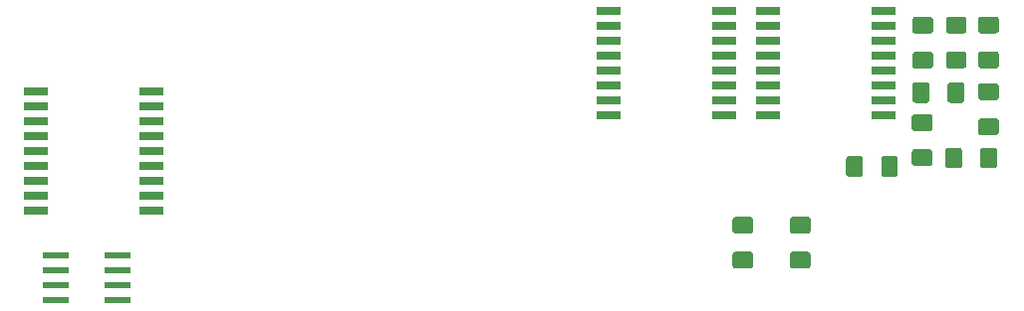
<source format=gbp>
G04 #@! TF.GenerationSoftware,KiCad,Pcbnew,(5.0.0)*
G04 #@! TF.CreationDate,2018-10-11T21:25:17+02:00*
G04 #@! TF.ProjectId,canbus,63616E6275732E6B696361645F706362,rev?*
G04 #@! TF.SameCoordinates,Original*
G04 #@! TF.FileFunction,Paste,Bot*
G04 #@! TF.FilePolarity,Positive*
%FSLAX46Y46*%
G04 Gerber Fmt 4.6, Leading zero omitted, Abs format (unit mm)*
G04 Created by KiCad (PCBNEW (5.0.0)) date 10/11/18 21:25:17*
%MOMM*%
%LPD*%
G01*
G04 APERTURE LIST*
%ADD10C,0.100000*%
%ADD11C,1.425000*%
%ADD12R,2.032000X0.660400*%
%ADD13R,2.209800X0.609600*%
G04 APERTURE END LIST*
D10*
G04 #@! TO.C,C15*
G36*
X178703504Y-108878604D02*
X178727773Y-108882204D01*
X178751571Y-108888165D01*
X178774671Y-108896430D01*
X178796849Y-108906920D01*
X178817893Y-108919533D01*
X178837598Y-108934147D01*
X178855777Y-108950623D01*
X178872253Y-108968802D01*
X178886867Y-108988507D01*
X178899480Y-109009551D01*
X178909970Y-109031729D01*
X178918235Y-109054829D01*
X178924196Y-109078627D01*
X178927796Y-109102896D01*
X178929000Y-109127400D01*
X178929000Y-110052400D01*
X178927796Y-110076904D01*
X178924196Y-110101173D01*
X178918235Y-110124971D01*
X178909970Y-110148071D01*
X178899480Y-110170249D01*
X178886867Y-110191293D01*
X178872253Y-110210998D01*
X178855777Y-110229177D01*
X178837598Y-110245653D01*
X178817893Y-110260267D01*
X178796849Y-110272880D01*
X178774671Y-110283370D01*
X178751571Y-110291635D01*
X178727773Y-110297596D01*
X178703504Y-110301196D01*
X178679000Y-110302400D01*
X177429000Y-110302400D01*
X177404496Y-110301196D01*
X177380227Y-110297596D01*
X177356429Y-110291635D01*
X177333329Y-110283370D01*
X177311151Y-110272880D01*
X177290107Y-110260267D01*
X177270402Y-110245653D01*
X177252223Y-110229177D01*
X177235747Y-110210998D01*
X177221133Y-110191293D01*
X177208520Y-110170249D01*
X177198030Y-110148071D01*
X177189765Y-110124971D01*
X177183804Y-110101173D01*
X177180204Y-110076904D01*
X177179000Y-110052400D01*
X177179000Y-109127400D01*
X177180204Y-109102896D01*
X177183804Y-109078627D01*
X177189765Y-109054829D01*
X177198030Y-109031729D01*
X177208520Y-109009551D01*
X177221133Y-108988507D01*
X177235747Y-108968802D01*
X177252223Y-108950623D01*
X177270402Y-108934147D01*
X177290107Y-108919533D01*
X177311151Y-108906920D01*
X177333329Y-108896430D01*
X177356429Y-108888165D01*
X177380227Y-108882204D01*
X177404496Y-108878604D01*
X177429000Y-108877400D01*
X178679000Y-108877400D01*
X178703504Y-108878604D01*
X178703504Y-108878604D01*
G37*
D11*
X178054000Y-109589900D03*
D10*
G36*
X178703504Y-105903604D02*
X178727773Y-105907204D01*
X178751571Y-105913165D01*
X178774671Y-105921430D01*
X178796849Y-105931920D01*
X178817893Y-105944533D01*
X178837598Y-105959147D01*
X178855777Y-105975623D01*
X178872253Y-105993802D01*
X178886867Y-106013507D01*
X178899480Y-106034551D01*
X178909970Y-106056729D01*
X178918235Y-106079829D01*
X178924196Y-106103627D01*
X178927796Y-106127896D01*
X178929000Y-106152400D01*
X178929000Y-107077400D01*
X178927796Y-107101904D01*
X178924196Y-107126173D01*
X178918235Y-107149971D01*
X178909970Y-107173071D01*
X178899480Y-107195249D01*
X178886867Y-107216293D01*
X178872253Y-107235998D01*
X178855777Y-107254177D01*
X178837598Y-107270653D01*
X178817893Y-107285267D01*
X178796849Y-107297880D01*
X178774671Y-107308370D01*
X178751571Y-107316635D01*
X178727773Y-107322596D01*
X178703504Y-107326196D01*
X178679000Y-107327400D01*
X177429000Y-107327400D01*
X177404496Y-107326196D01*
X177380227Y-107322596D01*
X177356429Y-107316635D01*
X177333329Y-107308370D01*
X177311151Y-107297880D01*
X177290107Y-107285267D01*
X177270402Y-107270653D01*
X177252223Y-107254177D01*
X177235747Y-107235998D01*
X177221133Y-107216293D01*
X177208520Y-107195249D01*
X177198030Y-107173071D01*
X177189765Y-107149971D01*
X177183804Y-107126173D01*
X177180204Y-107101904D01*
X177179000Y-107077400D01*
X177179000Y-106152400D01*
X177180204Y-106127896D01*
X177183804Y-106103627D01*
X177189765Y-106079829D01*
X177198030Y-106056729D01*
X177208520Y-106034551D01*
X177221133Y-106013507D01*
X177235747Y-105993802D01*
X177252223Y-105975623D01*
X177270402Y-105959147D01*
X177290107Y-105944533D01*
X177311151Y-105931920D01*
X177333329Y-105921430D01*
X177356429Y-105913165D01*
X177380227Y-105907204D01*
X177404496Y-105903604D01*
X177429000Y-105902400D01*
X178679000Y-105902400D01*
X178703504Y-105903604D01*
X178703504Y-105903604D01*
G37*
D11*
X178054000Y-106614900D03*
G04 #@! TD*
D10*
G04 #@! TO.C,C13*
G36*
X194705504Y-94524404D02*
X194729773Y-94528004D01*
X194753571Y-94533965D01*
X194776671Y-94542230D01*
X194798849Y-94552720D01*
X194819893Y-94565333D01*
X194839598Y-94579947D01*
X194857777Y-94596423D01*
X194874253Y-94614602D01*
X194888867Y-94634307D01*
X194901480Y-94655351D01*
X194911970Y-94677529D01*
X194920235Y-94700629D01*
X194926196Y-94724427D01*
X194929796Y-94748696D01*
X194931000Y-94773200D01*
X194931000Y-95698200D01*
X194929796Y-95722704D01*
X194926196Y-95746973D01*
X194920235Y-95770771D01*
X194911970Y-95793871D01*
X194901480Y-95816049D01*
X194888867Y-95837093D01*
X194874253Y-95856798D01*
X194857777Y-95874977D01*
X194839598Y-95891453D01*
X194819893Y-95906067D01*
X194798849Y-95918680D01*
X194776671Y-95929170D01*
X194753571Y-95937435D01*
X194729773Y-95943396D01*
X194705504Y-95946996D01*
X194681000Y-95948200D01*
X193431000Y-95948200D01*
X193406496Y-95946996D01*
X193382227Y-95943396D01*
X193358429Y-95937435D01*
X193335329Y-95929170D01*
X193313151Y-95918680D01*
X193292107Y-95906067D01*
X193272402Y-95891453D01*
X193254223Y-95874977D01*
X193237747Y-95856798D01*
X193223133Y-95837093D01*
X193210520Y-95816049D01*
X193200030Y-95793871D01*
X193191765Y-95770771D01*
X193185804Y-95746973D01*
X193182204Y-95722704D01*
X193181000Y-95698200D01*
X193181000Y-94773200D01*
X193182204Y-94748696D01*
X193185804Y-94724427D01*
X193191765Y-94700629D01*
X193200030Y-94677529D01*
X193210520Y-94655351D01*
X193223133Y-94634307D01*
X193237747Y-94614602D01*
X193254223Y-94596423D01*
X193272402Y-94579947D01*
X193292107Y-94565333D01*
X193313151Y-94552720D01*
X193335329Y-94542230D01*
X193358429Y-94533965D01*
X193382227Y-94528004D01*
X193406496Y-94524404D01*
X193431000Y-94523200D01*
X194681000Y-94523200D01*
X194705504Y-94524404D01*
X194705504Y-94524404D01*
G37*
D11*
X194056000Y-95235700D03*
D10*
G36*
X194705504Y-97499404D02*
X194729773Y-97503004D01*
X194753571Y-97508965D01*
X194776671Y-97517230D01*
X194798849Y-97527720D01*
X194819893Y-97540333D01*
X194839598Y-97554947D01*
X194857777Y-97571423D01*
X194874253Y-97589602D01*
X194888867Y-97609307D01*
X194901480Y-97630351D01*
X194911970Y-97652529D01*
X194920235Y-97675629D01*
X194926196Y-97699427D01*
X194929796Y-97723696D01*
X194931000Y-97748200D01*
X194931000Y-98673200D01*
X194929796Y-98697704D01*
X194926196Y-98721973D01*
X194920235Y-98745771D01*
X194911970Y-98768871D01*
X194901480Y-98791049D01*
X194888867Y-98812093D01*
X194874253Y-98831798D01*
X194857777Y-98849977D01*
X194839598Y-98866453D01*
X194819893Y-98881067D01*
X194798849Y-98893680D01*
X194776671Y-98904170D01*
X194753571Y-98912435D01*
X194729773Y-98918396D01*
X194705504Y-98921996D01*
X194681000Y-98923200D01*
X193431000Y-98923200D01*
X193406496Y-98921996D01*
X193382227Y-98918396D01*
X193358429Y-98912435D01*
X193335329Y-98904170D01*
X193313151Y-98893680D01*
X193292107Y-98881067D01*
X193272402Y-98866453D01*
X193254223Y-98849977D01*
X193237747Y-98831798D01*
X193223133Y-98812093D01*
X193210520Y-98791049D01*
X193200030Y-98768871D01*
X193191765Y-98745771D01*
X193185804Y-98721973D01*
X193182204Y-98697704D01*
X193181000Y-98673200D01*
X193181000Y-97748200D01*
X193182204Y-97723696D01*
X193185804Y-97699427D01*
X193191765Y-97675629D01*
X193200030Y-97652529D01*
X193210520Y-97630351D01*
X193223133Y-97609307D01*
X193237747Y-97589602D01*
X193254223Y-97571423D01*
X193272402Y-97554947D01*
X193292107Y-97540333D01*
X193313151Y-97527720D01*
X193335329Y-97517230D01*
X193358429Y-97508965D01*
X193382227Y-97503004D01*
X193406496Y-97499404D01*
X193431000Y-97498200D01*
X194681000Y-97498200D01*
X194705504Y-97499404D01*
X194705504Y-97499404D01*
G37*
D11*
X194056000Y-98210700D03*
G04 #@! TD*
D10*
G04 #@! TO.C,C11*
G36*
X173826704Y-105903604D02*
X173850973Y-105907204D01*
X173874771Y-105913165D01*
X173897871Y-105921430D01*
X173920049Y-105931920D01*
X173941093Y-105944533D01*
X173960798Y-105959147D01*
X173978977Y-105975623D01*
X173995453Y-105993802D01*
X174010067Y-106013507D01*
X174022680Y-106034551D01*
X174033170Y-106056729D01*
X174041435Y-106079829D01*
X174047396Y-106103627D01*
X174050996Y-106127896D01*
X174052200Y-106152400D01*
X174052200Y-107077400D01*
X174050996Y-107101904D01*
X174047396Y-107126173D01*
X174041435Y-107149971D01*
X174033170Y-107173071D01*
X174022680Y-107195249D01*
X174010067Y-107216293D01*
X173995453Y-107235998D01*
X173978977Y-107254177D01*
X173960798Y-107270653D01*
X173941093Y-107285267D01*
X173920049Y-107297880D01*
X173897871Y-107308370D01*
X173874771Y-107316635D01*
X173850973Y-107322596D01*
X173826704Y-107326196D01*
X173802200Y-107327400D01*
X172552200Y-107327400D01*
X172527696Y-107326196D01*
X172503427Y-107322596D01*
X172479629Y-107316635D01*
X172456529Y-107308370D01*
X172434351Y-107297880D01*
X172413307Y-107285267D01*
X172393602Y-107270653D01*
X172375423Y-107254177D01*
X172358947Y-107235998D01*
X172344333Y-107216293D01*
X172331720Y-107195249D01*
X172321230Y-107173071D01*
X172312965Y-107149971D01*
X172307004Y-107126173D01*
X172303404Y-107101904D01*
X172302200Y-107077400D01*
X172302200Y-106152400D01*
X172303404Y-106127896D01*
X172307004Y-106103627D01*
X172312965Y-106079829D01*
X172321230Y-106056729D01*
X172331720Y-106034551D01*
X172344333Y-106013507D01*
X172358947Y-105993802D01*
X172375423Y-105975623D01*
X172393602Y-105959147D01*
X172413307Y-105944533D01*
X172434351Y-105931920D01*
X172456529Y-105921430D01*
X172479629Y-105913165D01*
X172503427Y-105907204D01*
X172527696Y-105903604D01*
X172552200Y-105902400D01*
X173802200Y-105902400D01*
X173826704Y-105903604D01*
X173826704Y-105903604D01*
G37*
D11*
X173177200Y-106614900D03*
D10*
G36*
X173826704Y-108878604D02*
X173850973Y-108882204D01*
X173874771Y-108888165D01*
X173897871Y-108896430D01*
X173920049Y-108906920D01*
X173941093Y-108919533D01*
X173960798Y-108934147D01*
X173978977Y-108950623D01*
X173995453Y-108968802D01*
X174010067Y-108988507D01*
X174022680Y-109009551D01*
X174033170Y-109031729D01*
X174041435Y-109054829D01*
X174047396Y-109078627D01*
X174050996Y-109102896D01*
X174052200Y-109127400D01*
X174052200Y-110052400D01*
X174050996Y-110076904D01*
X174047396Y-110101173D01*
X174041435Y-110124971D01*
X174033170Y-110148071D01*
X174022680Y-110170249D01*
X174010067Y-110191293D01*
X173995453Y-110210998D01*
X173978977Y-110229177D01*
X173960798Y-110245653D01*
X173941093Y-110260267D01*
X173920049Y-110272880D01*
X173897871Y-110283370D01*
X173874771Y-110291635D01*
X173850973Y-110297596D01*
X173826704Y-110301196D01*
X173802200Y-110302400D01*
X172552200Y-110302400D01*
X172527696Y-110301196D01*
X172503427Y-110297596D01*
X172479629Y-110291635D01*
X172456529Y-110283370D01*
X172434351Y-110272880D01*
X172413307Y-110260267D01*
X172393602Y-110245653D01*
X172375423Y-110229177D01*
X172358947Y-110210998D01*
X172344333Y-110191293D01*
X172331720Y-110170249D01*
X172321230Y-110148071D01*
X172312965Y-110124971D01*
X172307004Y-110101173D01*
X172303404Y-110076904D01*
X172302200Y-110052400D01*
X172302200Y-109127400D01*
X172303404Y-109102896D01*
X172307004Y-109078627D01*
X172312965Y-109054829D01*
X172321230Y-109031729D01*
X172331720Y-109009551D01*
X172344333Y-108988507D01*
X172358947Y-108968802D01*
X172375423Y-108950623D01*
X172393602Y-108934147D01*
X172413307Y-108919533D01*
X172434351Y-108906920D01*
X172456529Y-108896430D01*
X172479629Y-108888165D01*
X172503427Y-108882204D01*
X172527696Y-108878604D01*
X172552200Y-108877400D01*
X173802200Y-108877400D01*
X173826704Y-108878604D01*
X173826704Y-108878604D01*
G37*
D11*
X173177200Y-109589900D03*
G04 #@! TD*
D10*
G04 #@! TO.C,C12*
G36*
X186124504Y-100726204D02*
X186148773Y-100729804D01*
X186172571Y-100735765D01*
X186195671Y-100744030D01*
X186217849Y-100754520D01*
X186238893Y-100767133D01*
X186258598Y-100781747D01*
X186276777Y-100798223D01*
X186293253Y-100816402D01*
X186307867Y-100836107D01*
X186320480Y-100857151D01*
X186330970Y-100879329D01*
X186339235Y-100902429D01*
X186345196Y-100926227D01*
X186348796Y-100950496D01*
X186350000Y-100975000D01*
X186350000Y-102225000D01*
X186348796Y-102249504D01*
X186345196Y-102273773D01*
X186339235Y-102297571D01*
X186330970Y-102320671D01*
X186320480Y-102342849D01*
X186307867Y-102363893D01*
X186293253Y-102383598D01*
X186276777Y-102401777D01*
X186258598Y-102418253D01*
X186238893Y-102432867D01*
X186217849Y-102445480D01*
X186195671Y-102455970D01*
X186172571Y-102464235D01*
X186148773Y-102470196D01*
X186124504Y-102473796D01*
X186100000Y-102475000D01*
X185175000Y-102475000D01*
X185150496Y-102473796D01*
X185126227Y-102470196D01*
X185102429Y-102464235D01*
X185079329Y-102455970D01*
X185057151Y-102445480D01*
X185036107Y-102432867D01*
X185016402Y-102418253D01*
X184998223Y-102401777D01*
X184981747Y-102383598D01*
X184967133Y-102363893D01*
X184954520Y-102342849D01*
X184944030Y-102320671D01*
X184935765Y-102297571D01*
X184929804Y-102273773D01*
X184926204Y-102249504D01*
X184925000Y-102225000D01*
X184925000Y-100975000D01*
X184926204Y-100950496D01*
X184929804Y-100926227D01*
X184935765Y-100902429D01*
X184944030Y-100879329D01*
X184954520Y-100857151D01*
X184967133Y-100836107D01*
X184981747Y-100816402D01*
X184998223Y-100798223D01*
X185016402Y-100781747D01*
X185036107Y-100767133D01*
X185057151Y-100754520D01*
X185079329Y-100744030D01*
X185102429Y-100735765D01*
X185126227Y-100729804D01*
X185150496Y-100726204D01*
X185175000Y-100725000D01*
X186100000Y-100725000D01*
X186124504Y-100726204D01*
X186124504Y-100726204D01*
G37*
D11*
X185637500Y-101600000D03*
D10*
G36*
X183149504Y-100726204D02*
X183173773Y-100729804D01*
X183197571Y-100735765D01*
X183220671Y-100744030D01*
X183242849Y-100754520D01*
X183263893Y-100767133D01*
X183283598Y-100781747D01*
X183301777Y-100798223D01*
X183318253Y-100816402D01*
X183332867Y-100836107D01*
X183345480Y-100857151D01*
X183355970Y-100879329D01*
X183364235Y-100902429D01*
X183370196Y-100926227D01*
X183373796Y-100950496D01*
X183375000Y-100975000D01*
X183375000Y-102225000D01*
X183373796Y-102249504D01*
X183370196Y-102273773D01*
X183364235Y-102297571D01*
X183355970Y-102320671D01*
X183345480Y-102342849D01*
X183332867Y-102363893D01*
X183318253Y-102383598D01*
X183301777Y-102401777D01*
X183283598Y-102418253D01*
X183263893Y-102432867D01*
X183242849Y-102445480D01*
X183220671Y-102455970D01*
X183197571Y-102464235D01*
X183173773Y-102470196D01*
X183149504Y-102473796D01*
X183125000Y-102475000D01*
X182200000Y-102475000D01*
X182175496Y-102473796D01*
X182151227Y-102470196D01*
X182127429Y-102464235D01*
X182104329Y-102455970D01*
X182082151Y-102445480D01*
X182061107Y-102432867D01*
X182041402Y-102418253D01*
X182023223Y-102401777D01*
X182006747Y-102383598D01*
X181992133Y-102363893D01*
X181979520Y-102342849D01*
X181969030Y-102320671D01*
X181960765Y-102297571D01*
X181954804Y-102273773D01*
X181951204Y-102249504D01*
X181950000Y-102225000D01*
X181950000Y-100975000D01*
X181951204Y-100950496D01*
X181954804Y-100926227D01*
X181960765Y-100902429D01*
X181969030Y-100879329D01*
X181979520Y-100857151D01*
X181992133Y-100836107D01*
X182006747Y-100816402D01*
X182023223Y-100798223D01*
X182041402Y-100781747D01*
X182061107Y-100767133D01*
X182082151Y-100754520D01*
X182104329Y-100744030D01*
X182127429Y-100735765D01*
X182151227Y-100729804D01*
X182175496Y-100726204D01*
X182200000Y-100725000D01*
X183125000Y-100725000D01*
X183149504Y-100726204D01*
X183149504Y-100726204D01*
G37*
D11*
X182662500Y-101600000D03*
G04 #@! TD*
D10*
G04 #@! TO.C,C9*
G36*
X191582304Y-100015004D02*
X191606573Y-100018604D01*
X191630371Y-100024565D01*
X191653471Y-100032830D01*
X191675649Y-100043320D01*
X191696693Y-100055933D01*
X191716398Y-100070547D01*
X191734577Y-100087023D01*
X191751053Y-100105202D01*
X191765667Y-100124907D01*
X191778280Y-100145951D01*
X191788770Y-100168129D01*
X191797035Y-100191229D01*
X191802996Y-100215027D01*
X191806596Y-100239296D01*
X191807800Y-100263800D01*
X191807800Y-101513800D01*
X191806596Y-101538304D01*
X191802996Y-101562573D01*
X191797035Y-101586371D01*
X191788770Y-101609471D01*
X191778280Y-101631649D01*
X191765667Y-101652693D01*
X191751053Y-101672398D01*
X191734577Y-101690577D01*
X191716398Y-101707053D01*
X191696693Y-101721667D01*
X191675649Y-101734280D01*
X191653471Y-101744770D01*
X191630371Y-101753035D01*
X191606573Y-101758996D01*
X191582304Y-101762596D01*
X191557800Y-101763800D01*
X190632800Y-101763800D01*
X190608296Y-101762596D01*
X190584027Y-101758996D01*
X190560229Y-101753035D01*
X190537129Y-101744770D01*
X190514951Y-101734280D01*
X190493907Y-101721667D01*
X190474202Y-101707053D01*
X190456023Y-101690577D01*
X190439547Y-101672398D01*
X190424933Y-101652693D01*
X190412320Y-101631649D01*
X190401830Y-101609471D01*
X190393565Y-101586371D01*
X190387604Y-101562573D01*
X190384004Y-101538304D01*
X190382800Y-101513800D01*
X190382800Y-100263800D01*
X190384004Y-100239296D01*
X190387604Y-100215027D01*
X190393565Y-100191229D01*
X190401830Y-100168129D01*
X190412320Y-100145951D01*
X190424933Y-100124907D01*
X190439547Y-100105202D01*
X190456023Y-100087023D01*
X190474202Y-100070547D01*
X190493907Y-100055933D01*
X190514951Y-100043320D01*
X190537129Y-100032830D01*
X190560229Y-100024565D01*
X190584027Y-100018604D01*
X190608296Y-100015004D01*
X190632800Y-100013800D01*
X191557800Y-100013800D01*
X191582304Y-100015004D01*
X191582304Y-100015004D01*
G37*
D11*
X191095300Y-100888800D03*
D10*
G36*
X194557304Y-100015004D02*
X194581573Y-100018604D01*
X194605371Y-100024565D01*
X194628471Y-100032830D01*
X194650649Y-100043320D01*
X194671693Y-100055933D01*
X194691398Y-100070547D01*
X194709577Y-100087023D01*
X194726053Y-100105202D01*
X194740667Y-100124907D01*
X194753280Y-100145951D01*
X194763770Y-100168129D01*
X194772035Y-100191229D01*
X194777996Y-100215027D01*
X194781596Y-100239296D01*
X194782800Y-100263800D01*
X194782800Y-101513800D01*
X194781596Y-101538304D01*
X194777996Y-101562573D01*
X194772035Y-101586371D01*
X194763770Y-101609471D01*
X194753280Y-101631649D01*
X194740667Y-101652693D01*
X194726053Y-101672398D01*
X194709577Y-101690577D01*
X194691398Y-101707053D01*
X194671693Y-101721667D01*
X194650649Y-101734280D01*
X194628471Y-101744770D01*
X194605371Y-101753035D01*
X194581573Y-101758996D01*
X194557304Y-101762596D01*
X194532800Y-101763800D01*
X193607800Y-101763800D01*
X193583296Y-101762596D01*
X193559027Y-101758996D01*
X193535229Y-101753035D01*
X193512129Y-101744770D01*
X193489951Y-101734280D01*
X193468907Y-101721667D01*
X193449202Y-101707053D01*
X193431023Y-101690577D01*
X193414547Y-101672398D01*
X193399933Y-101652693D01*
X193387320Y-101631649D01*
X193376830Y-101609471D01*
X193368565Y-101586371D01*
X193362604Y-101562573D01*
X193359004Y-101538304D01*
X193357800Y-101513800D01*
X193357800Y-100263800D01*
X193359004Y-100239296D01*
X193362604Y-100215027D01*
X193368565Y-100191229D01*
X193376830Y-100168129D01*
X193387320Y-100145951D01*
X193399933Y-100124907D01*
X193414547Y-100105202D01*
X193431023Y-100087023D01*
X193449202Y-100070547D01*
X193468907Y-100055933D01*
X193489951Y-100043320D01*
X193512129Y-100032830D01*
X193535229Y-100024565D01*
X193559027Y-100018604D01*
X193583296Y-100015004D01*
X193607800Y-100013800D01*
X194532800Y-100013800D01*
X194557304Y-100015004D01*
X194557304Y-100015004D01*
G37*
D11*
X194070300Y-100888800D03*
G04 #@! TD*
D10*
G04 #@! TO.C,C10*
G36*
X191962304Y-88834804D02*
X191986573Y-88838404D01*
X192010371Y-88844365D01*
X192033471Y-88852630D01*
X192055649Y-88863120D01*
X192076693Y-88875733D01*
X192096398Y-88890347D01*
X192114577Y-88906823D01*
X192131053Y-88925002D01*
X192145667Y-88944707D01*
X192158280Y-88965751D01*
X192168770Y-88987929D01*
X192177035Y-89011029D01*
X192182996Y-89034827D01*
X192186596Y-89059096D01*
X192187800Y-89083600D01*
X192187800Y-90008600D01*
X192186596Y-90033104D01*
X192182996Y-90057373D01*
X192177035Y-90081171D01*
X192168770Y-90104271D01*
X192158280Y-90126449D01*
X192145667Y-90147493D01*
X192131053Y-90167198D01*
X192114577Y-90185377D01*
X192096398Y-90201853D01*
X192076693Y-90216467D01*
X192055649Y-90229080D01*
X192033471Y-90239570D01*
X192010371Y-90247835D01*
X191986573Y-90253796D01*
X191962304Y-90257396D01*
X191937800Y-90258600D01*
X190687800Y-90258600D01*
X190663296Y-90257396D01*
X190639027Y-90253796D01*
X190615229Y-90247835D01*
X190592129Y-90239570D01*
X190569951Y-90229080D01*
X190548907Y-90216467D01*
X190529202Y-90201853D01*
X190511023Y-90185377D01*
X190494547Y-90167198D01*
X190479933Y-90147493D01*
X190467320Y-90126449D01*
X190456830Y-90104271D01*
X190448565Y-90081171D01*
X190442604Y-90057373D01*
X190439004Y-90033104D01*
X190437800Y-90008600D01*
X190437800Y-89083600D01*
X190439004Y-89059096D01*
X190442604Y-89034827D01*
X190448565Y-89011029D01*
X190456830Y-88987929D01*
X190467320Y-88965751D01*
X190479933Y-88944707D01*
X190494547Y-88925002D01*
X190511023Y-88906823D01*
X190529202Y-88890347D01*
X190548907Y-88875733D01*
X190569951Y-88863120D01*
X190592129Y-88852630D01*
X190615229Y-88844365D01*
X190639027Y-88838404D01*
X190663296Y-88834804D01*
X190687800Y-88833600D01*
X191937800Y-88833600D01*
X191962304Y-88834804D01*
X191962304Y-88834804D01*
G37*
D11*
X191312800Y-89546100D03*
D10*
G36*
X191962304Y-91809804D02*
X191986573Y-91813404D01*
X192010371Y-91819365D01*
X192033471Y-91827630D01*
X192055649Y-91838120D01*
X192076693Y-91850733D01*
X192096398Y-91865347D01*
X192114577Y-91881823D01*
X192131053Y-91900002D01*
X192145667Y-91919707D01*
X192158280Y-91940751D01*
X192168770Y-91962929D01*
X192177035Y-91986029D01*
X192182996Y-92009827D01*
X192186596Y-92034096D01*
X192187800Y-92058600D01*
X192187800Y-92983600D01*
X192186596Y-93008104D01*
X192182996Y-93032373D01*
X192177035Y-93056171D01*
X192168770Y-93079271D01*
X192158280Y-93101449D01*
X192145667Y-93122493D01*
X192131053Y-93142198D01*
X192114577Y-93160377D01*
X192096398Y-93176853D01*
X192076693Y-93191467D01*
X192055649Y-93204080D01*
X192033471Y-93214570D01*
X192010371Y-93222835D01*
X191986573Y-93228796D01*
X191962304Y-93232396D01*
X191937800Y-93233600D01*
X190687800Y-93233600D01*
X190663296Y-93232396D01*
X190639027Y-93228796D01*
X190615229Y-93222835D01*
X190592129Y-93214570D01*
X190569951Y-93204080D01*
X190548907Y-93191467D01*
X190529202Y-93176853D01*
X190511023Y-93160377D01*
X190494547Y-93142198D01*
X190479933Y-93122493D01*
X190467320Y-93101449D01*
X190456830Y-93079271D01*
X190448565Y-93056171D01*
X190442604Y-93032373D01*
X190439004Y-93008104D01*
X190437800Y-92983600D01*
X190437800Y-92058600D01*
X190439004Y-92034096D01*
X190442604Y-92009827D01*
X190448565Y-91986029D01*
X190456830Y-91962929D01*
X190467320Y-91940751D01*
X190479933Y-91919707D01*
X190494547Y-91900002D01*
X190511023Y-91881823D01*
X190529202Y-91865347D01*
X190548907Y-91850733D01*
X190569951Y-91838120D01*
X190592129Y-91827630D01*
X190615229Y-91819365D01*
X190639027Y-91813404D01*
X190663296Y-91809804D01*
X190687800Y-91808600D01*
X191937800Y-91808600D01*
X191962304Y-91809804D01*
X191962304Y-91809804D01*
G37*
D11*
X191312800Y-92521100D03*
G04 #@! TD*
D12*
G04 #@! TO.C,IC1*
X113123900Y-95203600D03*
X122928300Y-95203600D03*
X122928300Y-105363600D03*
X122928300Y-104093600D03*
X122928300Y-102823600D03*
X122928300Y-101553600D03*
X122928300Y-100283600D03*
X122928300Y-99013600D03*
X122928300Y-97743600D03*
X122928300Y-96473600D03*
X113123900Y-96473600D03*
X113123900Y-97743600D03*
X113123900Y-99013600D03*
X113123900Y-100283600D03*
X113123900Y-101553600D03*
X113123900Y-102823600D03*
X113123900Y-104093600D03*
X113123900Y-105363600D03*
G04 #@! TD*
D13*
G04 #@! TO.C,U1*
X120007300Y-112983600D03*
X120007300Y-111713600D03*
X120007300Y-110443600D03*
X120007300Y-109173600D03*
X114774900Y-109173600D03*
X114774900Y-110443600D03*
X114774900Y-111713600D03*
X114774900Y-112983600D03*
G04 #@! TD*
D10*
G04 #@! TO.C,R6*
G36*
X189066704Y-97166004D02*
X189090973Y-97169604D01*
X189114771Y-97175565D01*
X189137871Y-97183830D01*
X189160049Y-97194320D01*
X189181093Y-97206933D01*
X189200798Y-97221547D01*
X189218977Y-97238023D01*
X189235453Y-97256202D01*
X189250067Y-97275907D01*
X189262680Y-97296951D01*
X189273170Y-97319129D01*
X189281435Y-97342229D01*
X189287396Y-97366027D01*
X189290996Y-97390296D01*
X189292200Y-97414800D01*
X189292200Y-98339800D01*
X189290996Y-98364304D01*
X189287396Y-98388573D01*
X189281435Y-98412371D01*
X189273170Y-98435471D01*
X189262680Y-98457649D01*
X189250067Y-98478693D01*
X189235453Y-98498398D01*
X189218977Y-98516577D01*
X189200798Y-98533053D01*
X189181093Y-98547667D01*
X189160049Y-98560280D01*
X189137871Y-98570770D01*
X189114771Y-98579035D01*
X189090973Y-98584996D01*
X189066704Y-98588596D01*
X189042200Y-98589800D01*
X187792200Y-98589800D01*
X187767696Y-98588596D01*
X187743427Y-98584996D01*
X187719629Y-98579035D01*
X187696529Y-98570770D01*
X187674351Y-98560280D01*
X187653307Y-98547667D01*
X187633602Y-98533053D01*
X187615423Y-98516577D01*
X187598947Y-98498398D01*
X187584333Y-98478693D01*
X187571720Y-98457649D01*
X187561230Y-98435471D01*
X187552965Y-98412371D01*
X187547004Y-98388573D01*
X187543404Y-98364304D01*
X187542200Y-98339800D01*
X187542200Y-97414800D01*
X187543404Y-97390296D01*
X187547004Y-97366027D01*
X187552965Y-97342229D01*
X187561230Y-97319129D01*
X187571720Y-97296951D01*
X187584333Y-97275907D01*
X187598947Y-97256202D01*
X187615423Y-97238023D01*
X187633602Y-97221547D01*
X187653307Y-97206933D01*
X187674351Y-97194320D01*
X187696529Y-97183830D01*
X187719629Y-97175565D01*
X187743427Y-97169604D01*
X187767696Y-97166004D01*
X187792200Y-97164800D01*
X189042200Y-97164800D01*
X189066704Y-97166004D01*
X189066704Y-97166004D01*
G37*
D11*
X188417200Y-97877300D03*
D10*
G36*
X189066704Y-100141004D02*
X189090973Y-100144604D01*
X189114771Y-100150565D01*
X189137871Y-100158830D01*
X189160049Y-100169320D01*
X189181093Y-100181933D01*
X189200798Y-100196547D01*
X189218977Y-100213023D01*
X189235453Y-100231202D01*
X189250067Y-100250907D01*
X189262680Y-100271951D01*
X189273170Y-100294129D01*
X189281435Y-100317229D01*
X189287396Y-100341027D01*
X189290996Y-100365296D01*
X189292200Y-100389800D01*
X189292200Y-101314800D01*
X189290996Y-101339304D01*
X189287396Y-101363573D01*
X189281435Y-101387371D01*
X189273170Y-101410471D01*
X189262680Y-101432649D01*
X189250067Y-101453693D01*
X189235453Y-101473398D01*
X189218977Y-101491577D01*
X189200798Y-101508053D01*
X189181093Y-101522667D01*
X189160049Y-101535280D01*
X189137871Y-101545770D01*
X189114771Y-101554035D01*
X189090973Y-101559996D01*
X189066704Y-101563596D01*
X189042200Y-101564800D01*
X187792200Y-101564800D01*
X187767696Y-101563596D01*
X187743427Y-101559996D01*
X187719629Y-101554035D01*
X187696529Y-101545770D01*
X187674351Y-101535280D01*
X187653307Y-101522667D01*
X187633602Y-101508053D01*
X187615423Y-101491577D01*
X187598947Y-101473398D01*
X187584333Y-101453693D01*
X187571720Y-101432649D01*
X187561230Y-101410471D01*
X187552965Y-101387371D01*
X187547004Y-101363573D01*
X187543404Y-101339304D01*
X187542200Y-101314800D01*
X187542200Y-100389800D01*
X187543404Y-100365296D01*
X187547004Y-100341027D01*
X187552965Y-100317229D01*
X187561230Y-100294129D01*
X187571720Y-100271951D01*
X187584333Y-100250907D01*
X187598947Y-100231202D01*
X187615423Y-100213023D01*
X187633602Y-100196547D01*
X187653307Y-100181933D01*
X187674351Y-100169320D01*
X187696529Y-100158830D01*
X187719629Y-100150565D01*
X187743427Y-100144604D01*
X187767696Y-100141004D01*
X187792200Y-100139800D01*
X189042200Y-100139800D01*
X189066704Y-100141004D01*
X189066704Y-100141004D01*
G37*
D11*
X188417200Y-100852300D03*
G04 #@! TD*
D10*
G04 #@! TO.C,R7*
G36*
X194705504Y-91809804D02*
X194729773Y-91813404D01*
X194753571Y-91819365D01*
X194776671Y-91827630D01*
X194798849Y-91838120D01*
X194819893Y-91850733D01*
X194839598Y-91865347D01*
X194857777Y-91881823D01*
X194874253Y-91900002D01*
X194888867Y-91919707D01*
X194901480Y-91940751D01*
X194911970Y-91962929D01*
X194920235Y-91986029D01*
X194926196Y-92009827D01*
X194929796Y-92034096D01*
X194931000Y-92058600D01*
X194931000Y-92983600D01*
X194929796Y-93008104D01*
X194926196Y-93032373D01*
X194920235Y-93056171D01*
X194911970Y-93079271D01*
X194901480Y-93101449D01*
X194888867Y-93122493D01*
X194874253Y-93142198D01*
X194857777Y-93160377D01*
X194839598Y-93176853D01*
X194819893Y-93191467D01*
X194798849Y-93204080D01*
X194776671Y-93214570D01*
X194753571Y-93222835D01*
X194729773Y-93228796D01*
X194705504Y-93232396D01*
X194681000Y-93233600D01*
X193431000Y-93233600D01*
X193406496Y-93232396D01*
X193382227Y-93228796D01*
X193358429Y-93222835D01*
X193335329Y-93214570D01*
X193313151Y-93204080D01*
X193292107Y-93191467D01*
X193272402Y-93176853D01*
X193254223Y-93160377D01*
X193237747Y-93142198D01*
X193223133Y-93122493D01*
X193210520Y-93101449D01*
X193200030Y-93079271D01*
X193191765Y-93056171D01*
X193185804Y-93032373D01*
X193182204Y-93008104D01*
X193181000Y-92983600D01*
X193181000Y-92058600D01*
X193182204Y-92034096D01*
X193185804Y-92009827D01*
X193191765Y-91986029D01*
X193200030Y-91962929D01*
X193210520Y-91940751D01*
X193223133Y-91919707D01*
X193237747Y-91900002D01*
X193254223Y-91881823D01*
X193272402Y-91865347D01*
X193292107Y-91850733D01*
X193313151Y-91838120D01*
X193335329Y-91827630D01*
X193358429Y-91819365D01*
X193382227Y-91813404D01*
X193406496Y-91809804D01*
X193431000Y-91808600D01*
X194681000Y-91808600D01*
X194705504Y-91809804D01*
X194705504Y-91809804D01*
G37*
D11*
X194056000Y-92521100D03*
D10*
G36*
X194705504Y-88834804D02*
X194729773Y-88838404D01*
X194753571Y-88844365D01*
X194776671Y-88852630D01*
X194798849Y-88863120D01*
X194819893Y-88875733D01*
X194839598Y-88890347D01*
X194857777Y-88906823D01*
X194874253Y-88925002D01*
X194888867Y-88944707D01*
X194901480Y-88965751D01*
X194911970Y-88987929D01*
X194920235Y-89011029D01*
X194926196Y-89034827D01*
X194929796Y-89059096D01*
X194931000Y-89083600D01*
X194931000Y-90008600D01*
X194929796Y-90033104D01*
X194926196Y-90057373D01*
X194920235Y-90081171D01*
X194911970Y-90104271D01*
X194901480Y-90126449D01*
X194888867Y-90147493D01*
X194874253Y-90167198D01*
X194857777Y-90185377D01*
X194839598Y-90201853D01*
X194819893Y-90216467D01*
X194798849Y-90229080D01*
X194776671Y-90239570D01*
X194753571Y-90247835D01*
X194729773Y-90253796D01*
X194705504Y-90257396D01*
X194681000Y-90258600D01*
X193431000Y-90258600D01*
X193406496Y-90257396D01*
X193382227Y-90253796D01*
X193358429Y-90247835D01*
X193335329Y-90239570D01*
X193313151Y-90229080D01*
X193292107Y-90216467D01*
X193272402Y-90201853D01*
X193254223Y-90185377D01*
X193237747Y-90167198D01*
X193223133Y-90147493D01*
X193210520Y-90126449D01*
X193200030Y-90104271D01*
X193191765Y-90081171D01*
X193185804Y-90057373D01*
X193182204Y-90033104D01*
X193181000Y-90008600D01*
X193181000Y-89083600D01*
X193182204Y-89059096D01*
X193185804Y-89034827D01*
X193191765Y-89011029D01*
X193200030Y-88987929D01*
X193210520Y-88965751D01*
X193223133Y-88944707D01*
X193237747Y-88925002D01*
X193254223Y-88906823D01*
X193272402Y-88890347D01*
X193292107Y-88875733D01*
X193313151Y-88863120D01*
X193335329Y-88852630D01*
X193358429Y-88844365D01*
X193382227Y-88838404D01*
X193406496Y-88834804D01*
X193431000Y-88833600D01*
X194681000Y-88833600D01*
X194705504Y-88834804D01*
X194705504Y-88834804D01*
G37*
D11*
X194056000Y-89546100D03*
G04 #@! TD*
D10*
G04 #@! TO.C,R10*
G36*
X191776004Y-94439704D02*
X191800273Y-94443304D01*
X191824071Y-94449265D01*
X191847171Y-94457530D01*
X191869349Y-94468020D01*
X191890393Y-94480633D01*
X191910098Y-94495247D01*
X191928277Y-94511723D01*
X191944753Y-94529902D01*
X191959367Y-94549607D01*
X191971980Y-94570651D01*
X191982470Y-94592829D01*
X191990735Y-94615929D01*
X191996696Y-94639727D01*
X192000296Y-94663996D01*
X192001500Y-94688500D01*
X192001500Y-95938500D01*
X192000296Y-95963004D01*
X191996696Y-95987273D01*
X191990735Y-96011071D01*
X191982470Y-96034171D01*
X191971980Y-96056349D01*
X191959367Y-96077393D01*
X191944753Y-96097098D01*
X191928277Y-96115277D01*
X191910098Y-96131753D01*
X191890393Y-96146367D01*
X191869349Y-96158980D01*
X191847171Y-96169470D01*
X191824071Y-96177735D01*
X191800273Y-96183696D01*
X191776004Y-96187296D01*
X191751500Y-96188500D01*
X190826500Y-96188500D01*
X190801996Y-96187296D01*
X190777727Y-96183696D01*
X190753929Y-96177735D01*
X190730829Y-96169470D01*
X190708651Y-96158980D01*
X190687607Y-96146367D01*
X190667902Y-96131753D01*
X190649723Y-96115277D01*
X190633247Y-96097098D01*
X190618633Y-96077393D01*
X190606020Y-96056349D01*
X190595530Y-96034171D01*
X190587265Y-96011071D01*
X190581304Y-95987273D01*
X190577704Y-95963004D01*
X190576500Y-95938500D01*
X190576500Y-94688500D01*
X190577704Y-94663996D01*
X190581304Y-94639727D01*
X190587265Y-94615929D01*
X190595530Y-94592829D01*
X190606020Y-94570651D01*
X190618633Y-94549607D01*
X190633247Y-94529902D01*
X190649723Y-94511723D01*
X190667902Y-94495247D01*
X190687607Y-94480633D01*
X190708651Y-94468020D01*
X190730829Y-94457530D01*
X190753929Y-94449265D01*
X190777727Y-94443304D01*
X190801996Y-94439704D01*
X190826500Y-94438500D01*
X191751500Y-94438500D01*
X191776004Y-94439704D01*
X191776004Y-94439704D01*
G37*
D11*
X191289000Y-95313500D03*
D10*
G36*
X188801004Y-94439704D02*
X188825273Y-94443304D01*
X188849071Y-94449265D01*
X188872171Y-94457530D01*
X188894349Y-94468020D01*
X188915393Y-94480633D01*
X188935098Y-94495247D01*
X188953277Y-94511723D01*
X188969753Y-94529902D01*
X188984367Y-94549607D01*
X188996980Y-94570651D01*
X189007470Y-94592829D01*
X189015735Y-94615929D01*
X189021696Y-94639727D01*
X189025296Y-94663996D01*
X189026500Y-94688500D01*
X189026500Y-95938500D01*
X189025296Y-95963004D01*
X189021696Y-95987273D01*
X189015735Y-96011071D01*
X189007470Y-96034171D01*
X188996980Y-96056349D01*
X188984367Y-96077393D01*
X188969753Y-96097098D01*
X188953277Y-96115277D01*
X188935098Y-96131753D01*
X188915393Y-96146367D01*
X188894349Y-96158980D01*
X188872171Y-96169470D01*
X188849071Y-96177735D01*
X188825273Y-96183696D01*
X188801004Y-96187296D01*
X188776500Y-96188500D01*
X187851500Y-96188500D01*
X187826996Y-96187296D01*
X187802727Y-96183696D01*
X187778929Y-96177735D01*
X187755829Y-96169470D01*
X187733651Y-96158980D01*
X187712607Y-96146367D01*
X187692902Y-96131753D01*
X187674723Y-96115277D01*
X187658247Y-96097098D01*
X187643633Y-96077393D01*
X187631020Y-96056349D01*
X187620530Y-96034171D01*
X187612265Y-96011071D01*
X187606304Y-95987273D01*
X187602704Y-95963004D01*
X187601500Y-95938500D01*
X187601500Y-94688500D01*
X187602704Y-94663996D01*
X187606304Y-94639727D01*
X187612265Y-94615929D01*
X187620530Y-94592829D01*
X187631020Y-94570651D01*
X187643633Y-94549607D01*
X187658247Y-94529902D01*
X187674723Y-94511723D01*
X187692902Y-94495247D01*
X187712607Y-94480633D01*
X187733651Y-94468020D01*
X187755829Y-94457530D01*
X187778929Y-94449265D01*
X187802727Y-94443304D01*
X187826996Y-94439704D01*
X187851500Y-94438500D01*
X188776500Y-94438500D01*
X188801004Y-94439704D01*
X188801004Y-94439704D01*
G37*
D11*
X188314000Y-95313500D03*
G04 #@! TD*
D10*
G04 #@! TO.C,R9*
G36*
X189117504Y-91835204D02*
X189141773Y-91838804D01*
X189165571Y-91844765D01*
X189188671Y-91853030D01*
X189210849Y-91863520D01*
X189231893Y-91876133D01*
X189251598Y-91890747D01*
X189269777Y-91907223D01*
X189286253Y-91925402D01*
X189300867Y-91945107D01*
X189313480Y-91966151D01*
X189323970Y-91988329D01*
X189332235Y-92011429D01*
X189338196Y-92035227D01*
X189341796Y-92059496D01*
X189343000Y-92084000D01*
X189343000Y-93009000D01*
X189341796Y-93033504D01*
X189338196Y-93057773D01*
X189332235Y-93081571D01*
X189323970Y-93104671D01*
X189313480Y-93126849D01*
X189300867Y-93147893D01*
X189286253Y-93167598D01*
X189269777Y-93185777D01*
X189251598Y-93202253D01*
X189231893Y-93216867D01*
X189210849Y-93229480D01*
X189188671Y-93239970D01*
X189165571Y-93248235D01*
X189141773Y-93254196D01*
X189117504Y-93257796D01*
X189093000Y-93259000D01*
X187843000Y-93259000D01*
X187818496Y-93257796D01*
X187794227Y-93254196D01*
X187770429Y-93248235D01*
X187747329Y-93239970D01*
X187725151Y-93229480D01*
X187704107Y-93216867D01*
X187684402Y-93202253D01*
X187666223Y-93185777D01*
X187649747Y-93167598D01*
X187635133Y-93147893D01*
X187622520Y-93126849D01*
X187612030Y-93104671D01*
X187603765Y-93081571D01*
X187597804Y-93057773D01*
X187594204Y-93033504D01*
X187593000Y-93009000D01*
X187593000Y-92084000D01*
X187594204Y-92059496D01*
X187597804Y-92035227D01*
X187603765Y-92011429D01*
X187612030Y-91988329D01*
X187622520Y-91966151D01*
X187635133Y-91945107D01*
X187649747Y-91925402D01*
X187666223Y-91907223D01*
X187684402Y-91890747D01*
X187704107Y-91876133D01*
X187725151Y-91863520D01*
X187747329Y-91853030D01*
X187770429Y-91844765D01*
X187794227Y-91838804D01*
X187818496Y-91835204D01*
X187843000Y-91834000D01*
X189093000Y-91834000D01*
X189117504Y-91835204D01*
X189117504Y-91835204D01*
G37*
D11*
X188468000Y-92546500D03*
D10*
G36*
X189117504Y-88860204D02*
X189141773Y-88863804D01*
X189165571Y-88869765D01*
X189188671Y-88878030D01*
X189210849Y-88888520D01*
X189231893Y-88901133D01*
X189251598Y-88915747D01*
X189269777Y-88932223D01*
X189286253Y-88950402D01*
X189300867Y-88970107D01*
X189313480Y-88991151D01*
X189323970Y-89013329D01*
X189332235Y-89036429D01*
X189338196Y-89060227D01*
X189341796Y-89084496D01*
X189343000Y-89109000D01*
X189343000Y-90034000D01*
X189341796Y-90058504D01*
X189338196Y-90082773D01*
X189332235Y-90106571D01*
X189323970Y-90129671D01*
X189313480Y-90151849D01*
X189300867Y-90172893D01*
X189286253Y-90192598D01*
X189269777Y-90210777D01*
X189251598Y-90227253D01*
X189231893Y-90241867D01*
X189210849Y-90254480D01*
X189188671Y-90264970D01*
X189165571Y-90273235D01*
X189141773Y-90279196D01*
X189117504Y-90282796D01*
X189093000Y-90284000D01*
X187843000Y-90284000D01*
X187818496Y-90282796D01*
X187794227Y-90279196D01*
X187770429Y-90273235D01*
X187747329Y-90264970D01*
X187725151Y-90254480D01*
X187704107Y-90241867D01*
X187684402Y-90227253D01*
X187666223Y-90210777D01*
X187649747Y-90192598D01*
X187635133Y-90172893D01*
X187622520Y-90151849D01*
X187612030Y-90129671D01*
X187603765Y-90106571D01*
X187597804Y-90082773D01*
X187594204Y-90058504D01*
X187593000Y-90034000D01*
X187593000Y-89109000D01*
X187594204Y-89084496D01*
X187597804Y-89060227D01*
X187603765Y-89036429D01*
X187612030Y-89013329D01*
X187622520Y-88991151D01*
X187635133Y-88970107D01*
X187649747Y-88950402D01*
X187666223Y-88932223D01*
X187684402Y-88915747D01*
X187704107Y-88901133D01*
X187725151Y-88888520D01*
X187747329Y-88878030D01*
X187770429Y-88869765D01*
X187794227Y-88863804D01*
X187818496Y-88860204D01*
X187843000Y-88859000D01*
X189093000Y-88859000D01*
X189117504Y-88860204D01*
X189117504Y-88860204D01*
G37*
D11*
X188468000Y-89571500D03*
G04 #@! TD*
D12*
G04 #@! TO.C,MTC1*
X185110078Y-88325204D03*
X185110078Y-89595204D03*
X185110078Y-90865204D03*
X185110078Y-92135204D03*
X185110078Y-93405204D03*
X185110078Y-94675204D03*
X185110078Y-95945204D03*
X185110078Y-97215204D03*
X175305678Y-97215204D03*
X175305678Y-95945204D03*
X175305678Y-94675204D03*
X175305678Y-93405204D03*
X175305678Y-92135204D03*
X175305678Y-90865204D03*
X175305678Y-89595204D03*
X175305678Y-88325204D03*
G04 #@! TD*
G04 #@! TO.C,TSS1*
X161759090Y-97215204D03*
X161759090Y-95945204D03*
X161759090Y-94675204D03*
X161759090Y-93405204D03*
X161759090Y-92135204D03*
X161759090Y-90865204D03*
X161759090Y-89595204D03*
X161759090Y-88325204D03*
X171563490Y-88325204D03*
X171563490Y-89595204D03*
X171563490Y-90865204D03*
X171563490Y-92135204D03*
X171563490Y-93405204D03*
X171563490Y-94675204D03*
X171563490Y-95945204D03*
X171563490Y-97215204D03*
G04 #@! TD*
M02*

</source>
